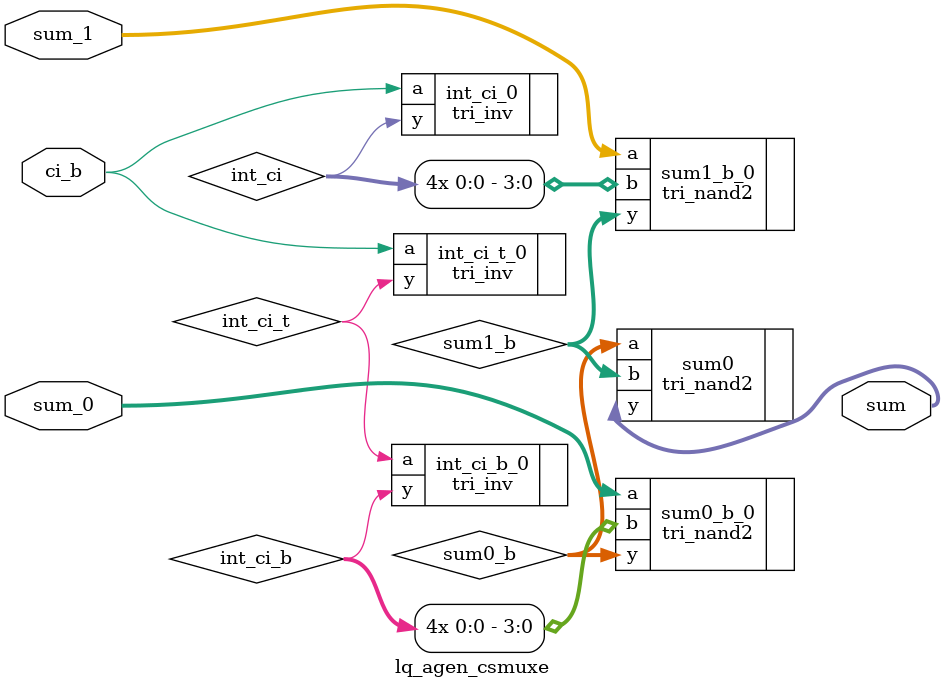
<source format=v>



module lq_agen_csmuxe(
   sum_0,
   sum_1,
   ci_b,
   sum
);

input [0:3]     sum_0;		// after xor
input [0:3]     sum_1;
input           ci_b;

output [0:3]    sum;

wire [0:3]      sum0_b;

wire [0:3]      sum1_b;

wire            int_ci;

wire            int_ci_t;

wire            int_ci_b;

//assign int_ci = (~ci_b);
tri_inv int_ci_0 (.y(int_ci), .a(ci_b));

//assign int_ci_t = (~ci_b);
tri_inv int_ci_t_0 (.y(int_ci_t), .a(ci_b));

//assign int_ci_b = (~int_ci_t);
tri_inv int_ci_b_0 (.y(int_ci_b), .a(int_ci_t));

//assign sum0_b[0] = (~(sum_0[0] & int_ci_b));
tri_nand2 #(.WIDTH(4)) sum0_b_0 (.y(sum0_b[0:3]), .a(sum_0[0:3]), .b({4{int_ci_b}}));

//assign sum1_b[0] = (~(sum_1[0] & int_ci));
tri_nand2 #(.WIDTH(4)) sum1_b_0 (.y(sum1_b[0:3]), .a(sum_1[0:3]), .b({4{int_ci}}));

//assign sum[0] = (~(sum0_b[0] & sum1_b[0]));
tri_nand2 #(.WIDTH(4)) sum0 (.y(sum[0:3]), .a(sum0_b[0:3]), .b(sum1_b[0:3]));

endmodule

</source>
